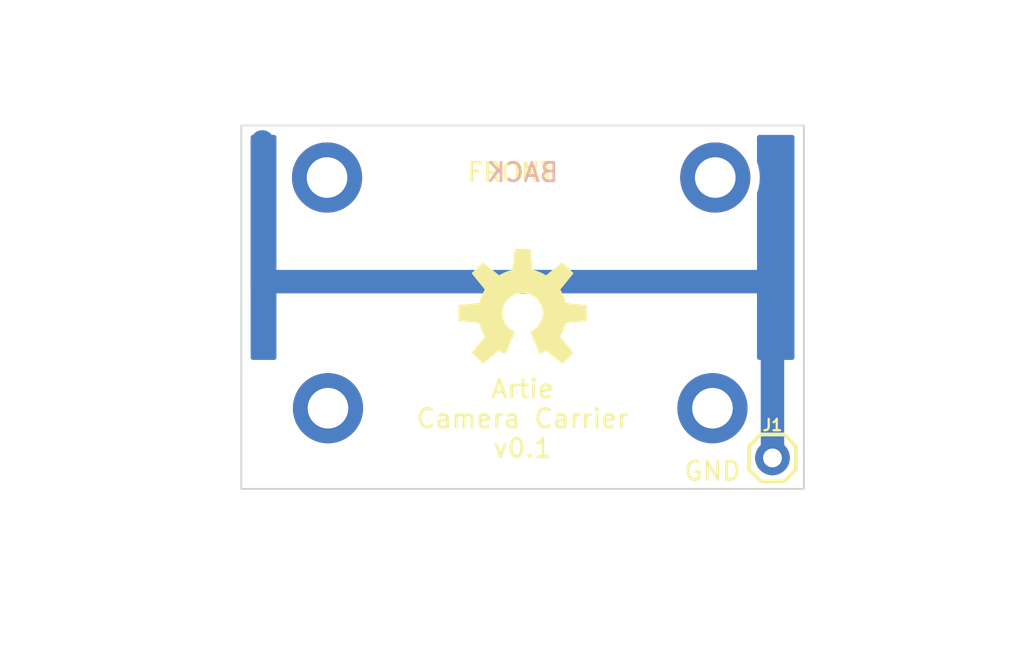
<source format=kicad_pcb>
(kicad_pcb (version 20211014) (generator pcbnew)
  (layers (0 "F.Cu" signal) (31 "B.Cu" signal) (34 "B.Paste" user) (35 "F.Paste" user) (36 "B.SilkS" user "B.Silkscreen") (37 "F.SilkS" user "F.Silkscreen") (38 "B.Mask" user) (39 "F.Mask" user) (44 "Edge.Cuts" user))
  (net 0 "")
  (net 1 "GND")
  (footprint "SparkFunConnectors:1X01" (layer "F.Cu") (at 118.3132 68.1736)
    (fp_text reference "J1" (at 0 -1.778) (layer "F.SilkS") (effects (font (size 0.6096 0.6096) (thickness 0.127))))
    (fp_text value "GND" hide)
    (fp_line (start -0.635 1.27) (end 0.635 1.27) (layer "F.SilkS") (width 0.2032))
    (fp_line (start 1.27 -0.635) (end 0.635 -1.27) (layer "F.SilkS") (width 0.2032))
    (fp_line (start 1.27 0.635) (end 1.27 -0.635) (layer "F.SilkS") (width 0.2032))
    (fp_line (start -1.27 -0.635) (end -1.27 0.635) (layer "F.SilkS") (width 0.2032))
    (fp_line (start 0.635 1.27) (end 1.27 0.635) (layer "F.SilkS") (width 0.2032))
    (fp_line (start -1.27 0.635) (end -0.635 1.27) (layer "F.SilkS") (width 0.2032))
    (fp_line (start -0.635 -1.27) (end -1.27 -0.635) (layer "F.SilkS") (width 0.2032))
    (fp_line (start 0.635 -1.27) (end -0.635 -1.27) (layer "F.SilkS") (width 0.2032))
    (pad "1" thru_hole circle locked (at 0 0) (size 1.8796 1.8796) (drill 1.016) (layers *.Cu *.Mask) (net 1 "GND"))
  )
  (footprint "MountingHole:MountingHole_2.2mm_M2_DIN965_Pad" (layer "F.Cu") (at 94.1832 52.9844)
    (fp_text reference "REF**" hide)
    (fp_text value "MountingHole_2.2mm_M2_DIN965_Pad" hide)
    (pad "1" thru_hole circle (at 0 0) (size 3.8 3.8) (drill 2.2) (layers *.Cu *.Mask))
  )
  (footprint "SparkFunAesthetics:OSHW-LOGO-L" (layer "F.Cu") (at 104.775 60.325)
    (fp_text reference "" (at 0 0) (layer "F.SilkS") (effects (font (size 1.524 1.524))))
    (fp_text value "" (at 0 0) (layer "F.SilkS") (effects (font (size 1.524 1.524))))
    (fp_poly (pts (xy 0.91948 2.2225) (xy 1.09982 2.13868) (xy 1.27508 2.03962) (xy 2.15392 2.7559) (xy 2.7559 2.15392) (xy 2.03962 1.27508) (xy 2.16662 1.0414) (xy 2.26822 0.79502) (xy 2.34442 0.54102) (xy 3.47218 0.42418) (xy 3.47218 -0.42418) (xy 2.34442 -0.54102) (xy 2.26822 -0.79502) (xy 2.16662 -1.0414) (xy 2.03962 -1.27508) (xy 2.7559 -2.15392) (xy 2.15392 -2.7559) (xy 1.27508 -2.03962) (xy 1.0414 -2.16662) (xy 0.79502 -2.26822) (xy 0.54102 -2.34442) (xy 0.42418 -3.47218) (xy -0.42418 -3.47218) (xy -0.54102 -2.34442) (xy -0.79502 -2.26822) (xy -1.0414 -2.16662) (xy -1.27508 -2.03962) (xy -2.15392 -2.7559) (xy -2.7559 -2.15392) (xy -2.03962 -1.27508) (xy -2.16662 -1.0414) (xy -2.26822 -0.79502) (xy -2.34442 -0.54102) (xy -3.47218 -0.42418) (xy -3.47218 0.42418) (xy -2.34442 0.54102) (xy -2.26822 0.79502) (xy -2.16662 1.0414) (xy -2.03962 1.27508) (xy -2.7559 2.15392) (xy -2.15392 2.7559) (xy -1.27508 2.03962) (xy -1.09982 2.13868) (xy -0.91948 2.2225) (xy -0.41656 1.00838) (xy -0.58166 0.92456) (xy -0.72644 0.81534) (xy -0.85344 0.68072) (xy -0.95504 0.52832) (xy -1.03124 0.36068) (xy -1.07696 0.18288) (xy -1.0922 0) (xy -1.07442 -0.2032) (xy -1.016 -0.39878) (xy -0.92456 -0.58166) (xy -0.79756 -0.74422) (xy -0.64516 -0.88138) (xy -0.46736 -0.98552) (xy -0.27686 -1.05664) (xy -0.07366 -1.08966) (xy 0.12954 -1.08458) (xy 0.3302 -1.0414) (xy 0.51816 -0.96012) (xy 0.68834 -0.84836) (xy 0.83566 -0.70358) (xy 0.9525 -0.53594) (xy 1.03632 -0.34798) (xy 1.08204 -0.14732) (xy 1.0922 0.05588) (xy 1.06172 0.25654) (xy 0.99314 0.45212) (xy 0.89154 0.62992) (xy 0.75946 0.78486) (xy 0.59944 0.9144) (xy 0.41656 1.00838)) (layer "F.SilkS") (width 0.01) (fill solid))
  )
  (footprint "MountingHole:MountingHole_2.2mm_M2_DIN965_Pad" (layer "F.Cu") (at 115.062 65.4812)
    (fp_text reference "REF**" hide)
    (fp_text value "MountingHole_2.2mm_M2_DIN965_Pad" hide)
    (pad "1" thru_hole circle (at 0 0) (size 3.8 3.8) (drill 2.2) (layers *.Cu *.Mask))
  )
  (footprint "MountingHole:MountingHole_2.2mm_M2_DIN965_Pad" (layer "F.Cu") (at 115.2144 52.9844)
    (fp_text reference "REF**" hide)
    (fp_text value "MountingHole_2.2mm_M2_DIN965_Pad" hide)
    (pad "1" thru_hole circle (at 0 0) (size 3.8 3.8) (drill 2.2) (layers *.Cu *.Mask))
  )
  (footprint "MountingHole:MountingHole_2.2mm_M2_DIN965_Pad" (layer "F.Cu") (at 94.234 65.4812)
    (fp_text reference "REF**" hide)
    (fp_text value "MountingHole_2.2mm_M2_DIN965_Pad" hide)
    (pad "1" thru_hole circle (at 0 0) (size 3.8 3.8) (drill 2.2) (layers *.Cu *.Mask))
  )
  (gr_rect (start 120.015 50.165) (end 89.535 69.85) (layer "Edge.Cuts") (width 0.1) (fill none))
  (gr_text "BACK" (at 104.775 52.705) (layer "B.SilkS") (effects (font (size 1 1)) (justify mirror)))
  (gr_text "FRONT" (at 104.14 52.705) (layer "F.SilkS") (effects (font (size 1 1))))
  (gr_text "GND" (at 115.062 68.8848) (layer "F.SilkS") (effects (font (size 1 1))))
  (gr_text "Artie\nCamera Carrier\nv0.1" (at 104.775 66.04) (layer "F.SilkS") (effects (font (size 1 1))))
  (segment (start 118.3132 58.6232) (end 90.9828 58.6232) (width 1.27) (layer "B.Cu") (net 1))
  (segment (start 90.678 58.928) (end 90.678 51.054) (width 1.27) (layer "B.Cu") (net 1))
  (segment (start 90.9828 58.6232) (end 90.678 58.928) (width 1.27) (layer "B.Cu") (net 1))
  (segment (start 118.3132 58.6232) (end 118.3132 51.3588) (width 1.27) (layer "B.Cu") (net 1))
  (segment (start 118.3132 68.1736) (end 118.3132 58.6232) (width 1.27) (layer "B.Cu") (net 1))
  (zone (net 1) (net_name "GND") (layer "B.Cu") (name "LIMIT_RIGHT") (connect_pads (clearance 0.508)) (min_thickness 0.254) (fill yes (thermal_gap 0.508) (thermal_bridge_width 0.508))
    (polygon (pts (xy 91.44 62.865) (xy 89.535 62.865) (xy 89.535 50.165) (xy 91.44 50.165)))
  )
  (zone (net 1) (net_name "GND") (layer "B.Cu") (name "LIMIT_LEFT") (connect_pads (clearance 0.508)) (min_thickness 0.254) (fill yes (thermal_gap 0.508) (thermal_bridge_width 0.508))
    (polygon (pts (xy 120.015 62.865) (xy 117.475 62.865) (xy 117.475 50.165) (xy 120.015 50.165)))
  )
)
</source>
